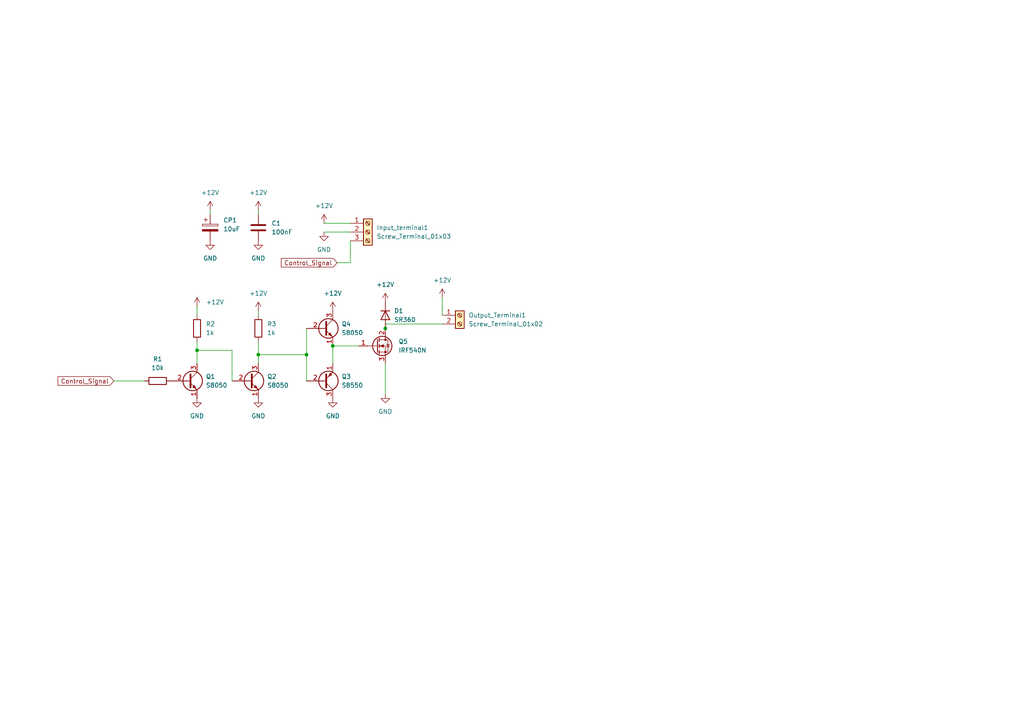
<source format=kicad_sch>
(kicad_sch (version 20211123) (generator eeschema)
  (paper "A4")
  (lib_symbols
    (symbol "Connector:Screw_Terminal_01x02" (pin_names (offset 1.016) hide)
      (property "Reference" "J" (at 0 2.54 0))
      (property "Value" "Screw_Terminal_01x02" (at 0 -5.08 0))
      (symbol "Screw_Terminal_01x02_1_1"
        (rectangle (start -1.27 1.27) (end 1.27 -3.81) (stroke (width 0.254)) (fill (type background)))
        (circle (center 0 -2.54) (radius 0.635) (stroke (width 0.1524)))
        (polyline (pts (xy -0.5334 -2.2098) (xy 0.3302 -3.048)) (stroke (width 0.1524)))
        (polyline (pts (xy -0.5334 0.3302) (xy 0.3302 -0.508)) (stroke (width 0.1524)))
        (polyline (pts (xy -0.3556 -2.032) (xy 0.508 -2.8702)) (stroke (width 0.1524)))
        (polyline (pts (xy -0.3556 0.508) (xy 0.508 -0.3302)) (stroke (width 0.1524)))
        (circle (center 0 0) (radius 0.635) (stroke (width 0.1524)))
        (pin passive line (at -5.08 0 0) (length 3.81) (name "Pin_1") (number "1"))
        (pin passive line (at -5.08 -2.54 0) (length 3.81) (name "Pin_2") (number "2"))
      )
    )
    (symbol "Connector:Screw_Terminal_01x03" (pin_names (offset 1.016) hide)
      (property "Reference" "J" (at 0 5.08 0))
      (property "Value" "Screw_Terminal_01x03" (at 0 -5.08 0))
      (symbol "Screw_Terminal_01x03_1_1"
        (rectangle (start -1.27 3.81) (end 1.27 -3.81) (stroke (width 0.254)) (fill (type background)))
        (circle (center 0 -2.54) (radius 0.635) (stroke (width 0.1524)))
        (polyline (pts (xy -0.5334 -2.2098) (xy 0.3302 -3.048)) (stroke (width 0.1524)))
        (polyline (pts (xy -0.5334 0.3302) (xy 0.3302 -0.508)) (stroke (width 0.1524)))
        (polyline (pts (xy -0.5334 2.8702) (xy 0.3302 2.032)) (stroke (width 0.1524)))
        (polyline (pts (xy -0.3556 -2.032) (xy 0.508 -2.8702)) (stroke (width 0.1524)))
        (polyline (pts (xy -0.3556 0.508) (xy 0.508 -0.3302)) (stroke (width 0.1524)))
        (polyline (pts (xy -0.3556 3.048) (xy 0.508 2.2098)) (stroke (width 0.1524)))
        (circle (center 0 0) (radius 0.635) (stroke (width 0.1524)))
        (circle (center 0 2.54) (radius 0.635) (stroke (width 0.1524)))
        (pin passive line (at -5.08 2.54 0) (length 3.81) (name "Pin_1") (number "1"))
        (pin passive line (at -5.08 0 0) (length 3.81) (name "Pin_2") (number "2"))
        (pin passive line (at -5.08 -2.54 0) (length 3.81) (name "Pin_3") (number "3"))
      )
    )
    (symbol "Device:C" (pin_numbers hide) (pin_names (offset 0.254))
      (property "Reference" "C" (at 0.635 2.54 0))
      (property "Value" "C" (at 0.635 -2.54 0))
      (symbol "C_0_1"
        (polyline (pts (xy -2.032 -0.762) (xy 2.032 -0.762)) (stroke (width 0.508)))
        (polyline (pts (xy -2.032 0.762) (xy 2.032 0.762)) (stroke (width 0.508)))
      )
      (symbol "C_1_1"
        (pin passive line (at 0 3.81 270) (length 2.794) (name "~") (number "1"))
        (pin passive line (at 0 -3.81 90) (length 2.794) (name "~") (number "2"))
      )
    )
    (symbol "Device:C_Polarized" (pin_numbers hide) (pin_names (offset 0.254))
      (property "Reference" "C" (at 0.635 2.54 0))
      (property "Value" "C_Polarized" (at 0.635 -2.54 0))
      (symbol "C_Polarized_0_1"
        (rectangle (start -2.286 0.508) (end 2.286 1.016))
        (polyline (pts (xy -1.778 2.286) (xy -0.762 2.286)))
        (polyline (pts (xy -1.27 2.794) (xy -1.27 1.778)))
        (rectangle (start 2.286 -0.508) (end -2.286 -1.016) (fill (type outline)))
      )
      (symbol "C_Polarized_1_1"
        (pin passive line (at 0 3.81 270) (length 2.794) (name "~") (number "1"))
        (pin passive line (at 0 -3.81 90) (length 2.794) (name "~") (number "2"))
      )
    )
    (symbol "Device:D" (pin_numbers hide) (pin_names (offset 1.016) hide)
      (property "Reference" "D" (at 0 2.54 0))
      (property "Value" "D" (at 0 -2.54 0))
      (symbol "D_0_1"
        (polyline (pts (xy -1.27 1.27) (xy -1.27 -1.27)) (stroke (width 0.254)))
        (polyline (pts (xy 1.27 0) (xy -1.27 0)))
        (polyline (pts (xy 1.27 1.27) (xy 1.27 -1.27) (xy -1.27 0) (xy 1.27 1.27)) (stroke (width 0.254)))
      )
      (symbol "D_1_1"
        (pin passive line (at -3.81 0 0) (length 2.54) (name "K") (number "1"))
        (pin passive line (at 3.81 0 180) (length 2.54) (name "A") (number "2"))
      )
    )
    (symbol "Device:R" (pin_numbers hide) (pin_names (offset 0))
      (property "Reference" "R" (at 2.032 0 90))
      (property "Value" "R" (at 0 0 90))
      (symbol "R_0_1"
        (rectangle (start -1.016 -2.54) (end 1.016 2.54) (stroke (width 0.254)))
      )
      (symbol "R_1_1"
        (pin passive line (at 0 3.81 270) (length 1.27) (name "~") (number "1"))
        (pin passive line (at 0 -3.81 90) (length 1.27) (name "~") (number "2"))
      )
    )
    (symbol "Transistor_BJT:S8050" (pin_names (offset 0) hide)
      (property "Reference" "Q" (at 5.08 1.905 0))
      (property "Value" "S8050" (at 5.08 0 0))
      (symbol "S8050_0_1"
        (polyline (pts (xy 0 0) (xy 0.635 0)))
        (polyline (pts (xy 0.635 0.635) (xy 2.54 2.54)))
        (polyline (pts (xy 0.635 -0.635) (xy 2.54 -2.54) (xy 2.54 -2.54)))
        (polyline (pts (xy 0.635 1.905) (xy 0.635 -1.905) (xy 0.635 -1.905)) (stroke (width 0.508)))
        (polyline (pts (xy 1.27 -1.778) (xy 1.778 -1.27) (xy 2.286 -2.286) (xy 1.27 -1.778) (xy 1.27 -1.778)) (fill (type outline)))
        (circle (center 1.27 0) (radius 2.8194) (stroke (width 0.254)))
      )
      (symbol "S8050_1_1"
        (pin passive line (at 2.54 -5.08 90) (length 2.54) (name "E") (number "1"))
        (pin input line (at -5.08 0 0) (length 5.08) (name "B") (number "2"))
        (pin passive line (at 2.54 5.08 270) (length 2.54) (name "C") (number "3"))
      )
    )
    (symbol "Transistor_BJT:S8550" (pin_names (offset 0) hide)
      (property "Reference" "Q" (at 5.08 1.905 0))
      (property "Value" "S8550" (at 5.08 0 0))
      (symbol "S8550_0_1"
        (polyline (pts (xy 0 0) (xy 0.635 0)))
        (polyline (pts (xy 2.54 -2.54) (xy 0.635 -0.635)))
        (polyline (pts (xy 2.54 2.54) (xy 0.635 0.635)))
        (polyline (pts (xy 0.635 1.905) (xy 0.635 -1.905) (xy 0.635 -1.905)) (stroke (width 0.508)) (fill (type outline)))
        (polyline (pts (xy 1.778 -2.286) (xy 2.286 -1.778) (xy 1.27 -1.27) (xy 1.778 -2.286) (xy 1.778 -2.286)) (fill (type outline)))
        (circle (center 1.27 0) (radius 2.8194) (stroke (width 0.254)))
      )
      (symbol "S8550_1_1"
        (pin passive line (at 2.54 -5.08 90) (length 2.54) (name "E") (number "1"))
        (pin input line (at -5.08 0 0) (length 5.08) (name "B") (number "2"))
        (pin passive line (at 2.54 5.08 270) (length 2.54) (name "C") (number "3"))
      )
    )
    (symbol "Transistor_FET:IRF540N" (pin_names hide)
      (property "Reference" "Q" (at 6.35 1.905 0))
      (property "Value" "IRF540N" (at 6.35 0 0))
      (symbol "IRF540N_0_1"
        (polyline (pts (xy 0.254 0) (xy -2.54 0)))
        (polyline (pts (xy 0.254 1.905) (xy 0.254 -1.905)) (stroke (width 0.254)))
        (polyline (pts (xy 0.762 -1.27) (xy 0.762 -2.286)) (stroke (width 0.254)))
        (polyline (pts (xy 0.762 0.508) (xy 0.762 -0.508)) (stroke (width 0.254)))
        (polyline (pts (xy 0.762 2.286) (xy 0.762 1.27)) (stroke (width 0.254)))
        (polyline (pts (xy 2.54 2.54) (xy 2.54 1.778)))
        (polyline (pts (xy 2.54 -2.54) (xy 2.54 0) (xy 0.762 0)))
        (polyline (pts (xy 0.762 -1.778) (xy 3.302 -1.778) (xy 3.302 1.778) (xy 0.762 1.778)))
        (polyline (pts (xy 1.016 0) (xy 2.032 0.381) (xy 2.032 -0.381) (xy 1.016 0)) (fill (type outline)))
        (polyline (pts (xy 2.794 0.508) (xy 2.921 0.381) (xy 3.683 0.381) (xy 3.81 0.254)))
        (polyline (pts (xy 3.302 0.381) (xy 2.921 -0.254) (xy 3.683 -0.254) (xy 3.302 0.381)))
        (circle (center 1.651 0) (radius 2.794) (stroke (width 0.254)))
        (circle (center 2.54 -1.778) (radius 0.254) (fill (type outline)))
        (circle (center 2.54 1.778) (radius 0.254) (fill (type outline)))
      )
      (symbol "IRF540N_1_1"
        (pin input line (at -5.08 0 0) (length 2.54) (name "G") (number "1"))
        (pin passive line (at 2.54 5.08 270) (length 2.54) (name "D") (number "2"))
        (pin passive line (at 2.54 -5.08 90) (length 2.54) (name "S") (number "3"))
      )
    )
    (symbol "power:+12V" (power) (pin_names (offset 0))
      (property "Value" "+12V" (at 0 3.556 0))
      (symbol "+12V_0_1"
        (polyline (pts (xy -0.762 1.27) (xy 0 2.54)))
        (polyline (pts (xy 0 0) (xy 0 2.54)))
        (polyline (pts (xy 0 2.54) (xy 0.762 1.27)))
      )
      (symbol "+12V_1_1"
        (pin power_in line (at 0 0 90) (length 0) hide (name "+12V") (number "1"))
      )
    )
    (symbol "power:GND" (power) (pin_names (offset 0))
      (property "Value" "GND" (at 0 -3.81 0))
      (symbol "GND_0_1"
        (polyline (pts (xy 0 0) (xy 0 -1.27) (xy 1.27 -1.27) (xy 0 -2.54) (xy -1.27 -1.27) (xy 0 -1.27)))
      )
      (symbol "GND_1_1"
        (pin power_in line (at 0 0 270) (length 0) hide (name "GND") (number "1"))
      )
    )
  )
  (junction (at 111.76 95.25))
  (junction (at 74.93 102.87))
  (junction (at 88.9 102.87))
  (junction (at 57.15 101.6))
  (junction (at 96.52 100.33))
  (wire (pts (xy 111.76 105.41) (xy 111.76 114.3)))
  (wire (pts (xy 88.9 95.25) (xy 88.9 102.87)))
  (wire (pts (xy 128.27 93.98) (xy 111.76 93.98)))
  (wire (pts (xy 74.93 90.17) (xy 74.93 91.44)))
  (wire (pts (xy 96.52 100.33) (xy 96.52 105.41)))
  (wire (pts (xy 93.98 64.77) (xy 101.6 64.77)))
  (wire (pts (xy 104.14 100.33) (xy 96.52 100.33)))
  (wire (pts (xy 33.02 110.49) (xy 41.91 110.49)))
  (wire (pts (xy 74.93 102.87) (xy 74.93 105.41)))
  (wire (pts (xy 128.27 86.36) (xy 128.27 91.44)))
  (wire (pts (xy 74.93 102.87) (xy 88.9 102.87)))
  (wire (pts (xy 88.9 102.87) (xy 88.9 110.49)))
  (wire (pts (xy 74.93 99.06) (xy 74.93 102.87)))
  (wire (pts (xy 57.15 88.9) (xy 57.15 91.44)))
  (wire (pts (xy 57.15 99.06) (xy 57.15 101.6)))
  (wire (pts (xy 101.6 69.85) (xy 101.6 76.2)))
  (wire (pts (xy 93.98 67.31) (xy 101.6 67.31)))
  (wire (pts (xy 67.31 101.6) (xy 57.15 101.6)))
  (wire (pts (xy 111.76 93.98) (xy 111.76 95.25)))
  (wire (pts (xy 74.93 60.96) (xy 74.93 62.23)))
  (wire (pts (xy 57.15 101.6) (xy 57.15 105.41)))
  (wire (pts (xy 101.6 76.2) (xy 97.79 76.2)))
  (wire (pts (xy 60.96 60.96) (xy 60.96 62.23)))
  (wire (pts (xy 67.31 110.49) (xy 67.31 101.6)))
  (global_label "Control_Signal" (shape input) (at 97.79 76.2 180) (property "Intersheet References" "${INTERSHEET_REFS}" (effects hide)))
  (global_label "Control_Signal" (shape input) (at 33.02 110.49 180) (property "Intersheet References" "${INTERSHEET_REFS}" (effects hide)))
  (symbol (lib_id "power:GND") (at 57.15 115.57 0) (unit 1)
    (property "Reference" "#PWR0102" (effects hide))
    (property "Value" "GND" (at 57.15 120.65 0))
  )
  (symbol (lib_id "power:+12V") (at 60.96 60.96 0) (unit 1)
    (property "Reference" "#PWR0107" (effects hide))
    (property "Value" "+12V" (at 60.96 55.88 0))
  )
  (symbol (lib_id "Device:R") (at 74.93 95.25 0) (unit 1)
    (property "Reference" "R3" (at 77.47 93.9799 0) (effects (justify left)))
    (property "Value" "1k" (at 77.47 96.5199 0) (effects (justify left)))
    (property "Footprint" "Resistor_THT:R_Axial_DIN0207_L6.3mm_D2.5mm_P7.62mm_Horizontal" (effects hide))
  )
  (symbol (lib_id "Transistor_BJT:S8050") (at 72.39 110.49 0) (unit 1)
    (property "Reference" "Q2" (at 77.47 109.2199 0) (effects (justify left)))
    (property "Value" "S8050" (at 77.47 111.7599 0) (effects (justify left)))
    (property "Footprint" "Package_TO_SOT_THT:TO-92_Inline" (effects hide))
    (property "Datasheet" "http://www.unisonic.com.tw/datasheet/S8050.pdf" (effects hide))
  )
  (symbol (lib_id "power:GND") (at 60.96 69.85 0) (unit 1)
    (property "Reference" "#PWR0105" (effects hide))
    (property "Value" "GND" (at 60.96 74.93 0))
  )
  (symbol (lib_id "Transistor_BJT:S8050") (at 54.61 110.49 0) (unit 1)
    (property "Reference" "Q1" (at 59.69 109.2199 0) (effects (justify left)))
    (property "Value" "S8050" (at 59.69 111.7599 0) (effects (justify left)))
    (property "Footprint" "Package_TO_SOT_THT:TO-92_Inline" (effects hide))
    (property "Datasheet" "http://www.unisonic.com.tw/datasheet/S8050.pdf" (effects hide))
  )
  (symbol (lib_id "Device:D") (at 111.76 91.44 270) (unit 1)
    (property "Reference" "D1" (at 114.3 90.1699 90) (effects (justify left)))
    (property "Value" "SR360" (at 114.3 92.7099 90) (effects (justify left)))
    (property "Footprint" "Diode_THT:D_DO-27_P12.70mm_Horizontal" (effects hide))
  )
  (symbol (lib_id "power:+12V") (at 93.98 64.77 0) (unit 1)
    (property "Reference" "#PWR0112" (effects hide))
    (property "Value" "+12V" (at 93.98 59.69 0))
  )
  (symbol (lib_id "Device:C_Polarized") (at 60.96 66.04 0) (unit 1)
    (property "Reference" "CP1" (at 64.77 63.8809 0) (effects (justify left)))
    (property "Value" "10uF" (at 64.77 66.4209 0) (effects (justify left)))
    (property "Footprint" "Capacitor_THT:CP_Radial_D5.0mm_P2.50mm" (effects hide))
  )
  (symbol (lib_id "Transistor_FET:IRF540N") (at 109.22 100.33 0) (unit 1)
    (property "Reference" "Q5" (at 115.57 99.0599 0) (effects (justify left)))
    (property "Value" "IRF540N" (at 115.57 101.5999 0) (effects (justify left)))
    (property "Footprint" "Package_TO_SOT_THT:TO-220-3_Vertical" (effects hide))
    (property "Datasheet" "http://www.irf.com/product-info/datasheets/data/irf540n.pdf" (effects hide))
  )
  (symbol (lib_id "power:+12V") (at 74.93 60.96 0) (unit 1)
    (property "Reference" "#PWR0108" (effects hide))
    (property "Value" "+12V" (at 74.93 55.88 0))
  )
  (symbol (lib_id "power:GND") (at 74.93 69.85 0) (unit 1)
    (property "Reference" "#PWR0106" (effects hide))
    (property "Value" "GND" (at 74.93 74.93 0))
  )
  (symbol (lib_id "power:GND") (at 74.93 115.57 0) (unit 1)
    (property "Reference" "#PWR0101" (effects hide))
    (property "Value" "GND" (at 74.93 120.65 0))
  )
  (symbol (lib_id "Transistor_BJT:S8550") (at 93.98 110.49 0) (mirror x) (unit 1)
    (property "Reference" "Q3" (at 99.06 109.2199 0) (effects (justify left)))
    (property "Value" "S8550" (at 99.06 111.7599 0) (effects (justify left)))
    (property "Footprint" "Package_TO_SOT_THT:TO-92_Inline" (effects hide))
    (property "Datasheet" "http://www.unisonic.com.tw/datasheet/S8550.pdf" (effects hide))
  )
  (symbol (lib_id "power:+12V") (at 57.15 88.9 0) (mirror y) (unit 1)
    (property "Reference" "#PWR0103" (effects hide))
    (property "Value" "+12V" (at 59.69 87.6299 0) (effects (justify right)))
  )
  (symbol (lib_id "power:GND") (at 96.52 115.57 0) (unit 1)
    (property "Reference" "#PWR0110" (effects hide))
    (property "Value" "GND" (at 96.52 120.65 0))
  )
  (symbol (lib_id "power:+12V") (at 111.76 87.63 0) (unit 1)
    (property "Reference" "#PWR0114" (effects hide))
    (property "Value" "+12V" (at 111.76 82.55 0))
  )
  (symbol (lib_id "Connector:Screw_Terminal_01x03") (at 106.68 67.31 0) (unit 1)
    (property "Reference" "Input_terminal1" (at 109.22 66.0399 0) (effects (justify left)))
    (property "Value" "Screw_Terminal_01x03" (at 109.22 68.5799 0) (effects (justify left)))
    (property "Footprint" "TerminalBlock:TerminalBlock_bornier-3_P5.08mm" (effects hide))
  )
  (symbol (lib_id "power:+12V") (at 74.93 90.17 0) (unit 1)
    (property "Reference" "#PWR0104" (effects hide))
    (property "Value" "+12V" (at 74.93 85.09 0))
  )
  (symbol (lib_id "Transistor_BJT:S8050") (at 93.98 95.25 0) (unit 1)
    (property "Reference" "Q4" (at 99.06 93.9799 0) (effects (justify left)))
    (property "Value" "S8050" (at 99.06 96.5199 0) (effects (justify left)))
    (property "Footprint" "Package_TO_SOT_THT:TO-92_Inline" (effects hide))
    (property "Datasheet" "http://www.unisonic.com.tw/datasheet/S8050.pdf" (effects hide))
  )
  (symbol (lib_id "Device:R") (at 45.72 110.49 90) (unit 1)
    (property "Reference" "R1" (at 45.72 104.14 90))
    (property "Value" "10k" (at 45.72 106.68 90))
    (property "Footprint" "Resistor_THT:R_Axial_DIN0207_L6.3mm_D2.5mm_P7.62mm_Horizontal" (effects hide))
  )
  (symbol (lib_id "Device:C") (at 74.93 66.04 0) (unit 1)
    (property "Reference" "C1" (at 78.74 64.7699 0) (effects (justify left)))
    (property "Value" "100nF" (at 78.74 67.3099 0) (effects (justify left)))
    (property "Footprint" "Capacitor_THT:C_Disc_D5.0mm_W2.5mm_P2.50mm" (effects hide))
  )
  (symbol (lib_id "power:GND") (at 111.76 114.3 0) (unit 1)
    (property "Reference" "#PWR0111" (effects hide))
    (property "Value" "GND" (at 111.76 119.38 0))
  )
  (symbol (lib_id "Device:R") (at 57.15 95.25 0) (unit 1)
    (property "Reference" "R2" (at 59.69 93.9799 0) (effects (justify left)))
    (property "Value" "1k" (at 59.69 96.5199 0) (effects (justify left)))
    (property "Footprint" "Resistor_THT:R_Axial_DIN0207_L6.3mm_D2.5mm_P7.62mm_Horizontal" (effects hide))
  )
  (symbol (lib_id "power:+12V") (at 128.27 86.36 0) (unit 1)
    (property "Reference" "#PWR0109" (effects hide))
    (property "Value" "+12V" (at 128.27 81.28 0))
  )
  (symbol (lib_id "power:GND") (at 93.98 67.31 0) (unit 1)
    (property "Reference" "#PWR0113" (effects hide))
    (property "Value" "GND" (at 93.98 72.39 0))
  )
  (symbol (lib_id "Connector:Screw_Terminal_01x02") (at 133.35 91.44 0) (unit 1)
    (property "Reference" "Output_Terminal1" (at 135.89 91.4399 0) (effects (justify left)))
    (property "Value" "Screw_Terminal_01x02" (at 135.89 93.9799 0) (effects (justify left)))
    (property "Footprint" "TerminalBlock:TerminalBlock_bornier-2_P5.08mm" (effects hide))
  )
  (symbol (lib_id "power:+12V") (at 96.52 90.17 0) (unit 1)
    (property "Reference" "#PWR0115" (effects hide))
    (property "Value" "+12V" (at 96.52 85.09 0))
  )
)
</source>
